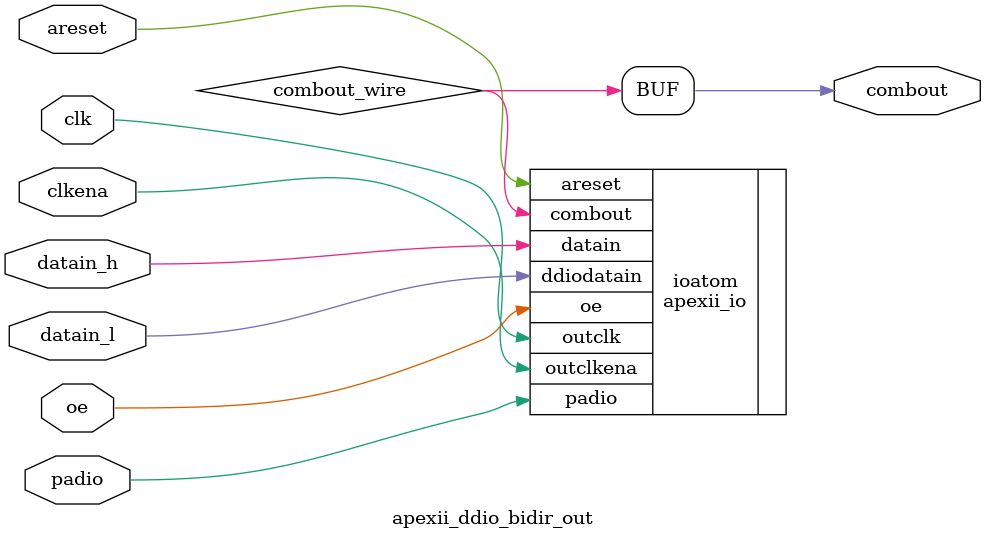
<source format=v>
module apexii_ddio_bidir_out(padio, combout, clk, clkena, areset, oe, datain_h, datain_l);
	input 	clk;
	input	clkena;
	input 	areset;	
	input 	datain_h;
	input 	datain_l;
	input 	oe;
	output  combout;
	inout 	padio;
   	
	parameter operation_mode = "bidir";
	parameter ddio_mode = "output";

	parameter output_register_mode = "register";
	parameter output_reset = "clear";
	parameter output_power_up = "low";

	parameter oe_register_mode = "register";
	parameter oe_reset = "clear";
	parameter oe_power_up = "low";
	
	parameter extend_oe_disable = "false";
	
	wire combout_wire;
	
	assign combout = combout_wire;
	
	apexii_io ioatom (
				.outclk(clk),
				.outclkena(clkena),
				.areset(areset),
				.datain(datain_h),
				.ddiodatain(datain_l),
				.oe(oe),
				.combout(combout_wire),
				.padio(padio)
	);
	defparam 
			ioatom.operation_mode 		= operation_mode,
			ioatom.ddio_mode 			= ddio_mode,
	    	ioatom.oe_register_mode 	= oe_register_mode,
	    	ioatom.oe_reset 			= oe_reset,
	    	ioatom.oe_power_up 			= oe_power_up,
	    	ioatom.output_register_mode	= output_register_mode,
	    	ioatom.output_reset 		= output_reset,
	    	ioatom.output_power_up 		= output_power_up,
			ioatom.extend_oe_disable	= extend_oe_disable;

endmodule // apexii_ddio_out

</source>
